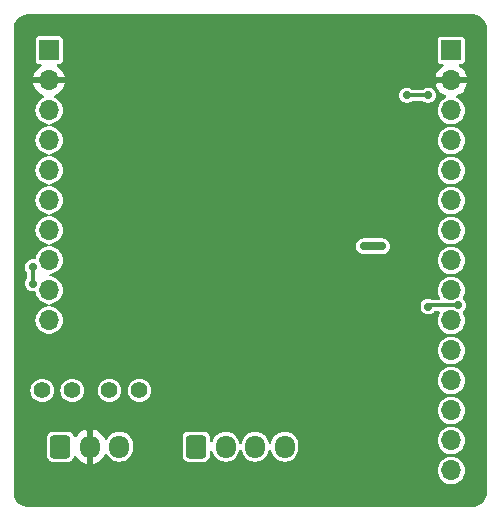
<source format=gbr>
%TF.GenerationSoftware,KiCad,Pcbnew,8.0.8*%
%TF.CreationDate,2025-02-15T23:34:00-05:00*%
%TF.ProjectId,SensorModuleBreakout,53656e73-6f72-44d6-9f64-756c65427265,rev?*%
%TF.SameCoordinates,Original*%
%TF.FileFunction,Copper,L2,Bot*%
%TF.FilePolarity,Positive*%
%FSLAX46Y46*%
G04 Gerber Fmt 4.6, Leading zero omitted, Abs format (unit mm)*
G04 Created by KiCad (PCBNEW 8.0.8) date 2025-02-15 23:34:00*
%MOMM*%
%LPD*%
G01*
G04 APERTURE LIST*
G04 Aperture macros list*
%AMRoundRect*
0 Rectangle with rounded corners*
0 $1 Rounding radius*
0 $2 $3 $4 $5 $6 $7 $8 $9 X,Y pos of 4 corners*
0 Add a 4 corners polygon primitive as box body*
4,1,4,$2,$3,$4,$5,$6,$7,$8,$9,$2,$3,0*
0 Add four circle primitives for the rounded corners*
1,1,$1+$1,$2,$3*
1,1,$1+$1,$4,$5*
1,1,$1+$1,$6,$7*
1,1,$1+$1,$8,$9*
0 Add four rect primitives between the rounded corners*
20,1,$1+$1,$2,$3,$4,$5,0*
20,1,$1+$1,$4,$5,$6,$7,0*
20,1,$1+$1,$6,$7,$8,$9,0*
20,1,$1+$1,$8,$9,$2,$3,0*%
G04 Aperture macros list end*
%TA.AperFunction,ComponentPad*%
%ADD10R,1.700000X1.700000*%
%TD*%
%TA.AperFunction,ComponentPad*%
%ADD11O,1.700000X1.700000*%
%TD*%
%TA.AperFunction,ComponentPad*%
%ADD12RoundRect,0.250000X-0.600000X-0.725000X0.600000X-0.725000X0.600000X0.725000X-0.600000X0.725000X0*%
%TD*%
%TA.AperFunction,ComponentPad*%
%ADD13O,1.700000X1.950000*%
%TD*%
%TA.AperFunction,ComponentPad*%
%ADD14C,1.400000*%
%TD*%
%TA.AperFunction,ViaPad*%
%ADD15C,0.700000*%
%TD*%
%TA.AperFunction,Conductor*%
%ADD16C,0.700000*%
%TD*%
%TA.AperFunction,Conductor*%
%ADD17C,0.300000*%
%TD*%
G04 APERTURE END LIST*
D10*
%TO.P,J5,1,Pin_1*%
%TO.N,+3V3*%
X120850000Y-63710000D03*
D11*
%TO.P,J5,2,Pin_2*%
%TO.N,GND*%
X120850000Y-66250000D03*
%TO.P,J5,3,Pin_3*%
%TO.N,unconnected-(J5-Pin_3-Pad3)*%
X120850000Y-68790000D03*
%TO.P,J5,4,Pin_4*%
%TO.N,PA8*%
X120850000Y-71330000D03*
%TO.P,J5,5,Pin_5*%
%TO.N,PB15*%
X120850000Y-73870000D03*
%TO.P,J5,6,Pin_6*%
%TO.N,PB14*%
X120850000Y-76410000D03*
%TO.P,J5,7,Pin_7*%
%TO.N,PB13*%
X120850000Y-78950000D03*
%TO.P,J5,8,Pin_8*%
%TO.N,PB12*%
X120850000Y-81490000D03*
%TO.P,J5,9,Pin_9*%
%TO.N,PB11*%
X120850000Y-84030000D03*
%TO.P,J5,10,Pin_10*%
%TO.N,PB10*%
X120850000Y-86570000D03*
%TO.P,J5,11,Pin_11*%
%TO.N,PB2*%
X120850000Y-89110000D03*
%TO.P,J5,12,Pin_12*%
%TO.N,PB1*%
X120850000Y-91650000D03*
%TO.P,J5,13,Pin_13*%
%TO.N,PB0*%
X120850000Y-94190000D03*
%TO.P,J5,14,Pin_14*%
%TO.N,PA7*%
X120850000Y-96730000D03*
%TO.P,J5,15,Pin_15*%
%TO.N,PA6*%
X120850000Y-99270000D03*
%TD*%
D12*
%TO.P,J3,1,Pin_1*%
%TO.N,VBAT*%
X87750000Y-97250000D03*
D13*
%TO.P,J3,2,Pin_2*%
%TO.N,GND*%
X90250000Y-97250000D03*
%TO.P,J3,3,Pin_3*%
%TO.N,+3V3*%
X92750000Y-97250000D03*
%TD*%
D10*
%TO.P,J4,1,Pin_1*%
%TO.N,+3V3*%
X86800000Y-63675000D03*
D11*
%TO.P,J4,2,Pin_2*%
%TO.N,GND*%
X86800000Y-66215000D03*
%TO.P,J4,3,Pin_3*%
%TO.N,PB8*%
X86800000Y-68755000D03*
%TO.P,J4,4,Pin_4*%
%TO.N,PB9*%
X86800000Y-71295000D03*
%TO.P,J4,5,Pin_5*%
%TO.N,PC13*%
X86800000Y-73835000D03*
%TO.P,J4,6,Pin_6*%
%TO.N,PC14*%
X86800000Y-76375000D03*
%TO.P,J4,7,Pin_7*%
%TO.N,PC15*%
X86800000Y-78915000D03*
%TO.P,J4,8,Pin_8*%
%TO.N,PF0*%
X86800000Y-81455000D03*
%TO.P,J4,9,Pin_9*%
%TO.N,PA0*%
X86800000Y-83995000D03*
%TO.P,J4,10,Pin_10*%
%TO.N,PA1*%
X86800000Y-86535000D03*
%TD*%
D12*
%TO.P,J1,1,Pin_1*%
%TO.N,TX*%
X99250000Y-97250000D03*
D13*
%TO.P,J1,2,Pin_2*%
%TO.N,RX*%
X101750000Y-97250000D03*
%TO.P,J1,3,Pin_3*%
%TO.N,WKE*%
X104250000Y-97250000D03*
%TO.P,J1,4,Pin_4*%
%TO.N,RDY*%
X106750000Y-97250000D03*
%TD*%
D14*
%TO.P,JP2,1,A*%
%TO.N,+3V3*%
X88750000Y-92500000D03*
%TO.P,JP2,2,B*%
%TO.N,VBAT*%
X86210000Y-92500000D03*
%TD*%
%TO.P,JP1,1,A*%
%TO.N,Net-(JP1-A)*%
X94450000Y-92500000D03*
%TO.P,JP1,2,B*%
%TO.N,+3V3*%
X91910000Y-92500000D03*
%TD*%
D15*
%TO.N,+3V3*%
X113420025Y-80279975D03*
X115010000Y-80300000D03*
X121439154Y-85300002D03*
X118900000Y-85400000D03*
%TO.N,GND*%
X109650000Y-74150000D03*
X105313171Y-86215000D03*
X90100000Y-95600000D03*
X105000000Y-63250000D03*
X102450000Y-63100000D03*
X112050000Y-76050000D03*
X113850000Y-78550000D03*
X88300000Y-66250000D03*
X96850000Y-79250000D03*
X112050000Y-74000000D03*
X93750000Y-85750000D03*
X117100000Y-75050000D03*
X109650000Y-75250000D03*
X100584639Y-84289999D03*
X91650000Y-89600000D03*
X92900000Y-83500000D03*
X106300000Y-63200000D03*
X114500000Y-74050000D03*
X119400000Y-66300000D03*
X106050000Y-81200000D03*
X101400000Y-80500000D03*
%TO.N,VBAT*%
X85400000Y-83450000D03*
X85400000Y-82050000D03*
%TO.N,NRST*%
X117100000Y-67500000D03*
X118900000Y-67500000D03*
%TD*%
D16*
%TO.N,+3V3*%
X114989975Y-80279975D02*
X115010000Y-80300000D01*
X113420025Y-80279975D02*
X114989975Y-80279975D01*
D17*
X118999998Y-85300002D02*
X121439154Y-85300002D01*
X118900000Y-85400000D02*
X118999998Y-85300002D01*
%TO.N,VBAT*%
X85400000Y-82050000D02*
X85400000Y-83450000D01*
%TO.N,NRST*%
X118900000Y-67500000D02*
X117100000Y-67500000D01*
%TD*%
%TA.AperFunction,Conductor*%
%TO.N,GND*%
G36*
X122654853Y-60650881D02*
G01*
X122827919Y-60664502D01*
X122847128Y-60667545D01*
X123011183Y-60706931D01*
X123029675Y-60712940D01*
X123155347Y-60764994D01*
X123185547Y-60777504D01*
X123202884Y-60786338D01*
X123346725Y-60874484D01*
X123362466Y-60885920D01*
X123490753Y-60995486D01*
X123504513Y-61009246D01*
X123614079Y-61137533D01*
X123625515Y-61153274D01*
X123713661Y-61297115D01*
X123722495Y-61314452D01*
X123787057Y-61470317D01*
X123793070Y-61488823D01*
X123832453Y-61652866D01*
X123835497Y-61672084D01*
X123849118Y-61845146D01*
X123849500Y-61854875D01*
X123849500Y-101145124D01*
X123849118Y-101154853D01*
X123835497Y-101327915D01*
X123832453Y-101347133D01*
X123793070Y-101511176D01*
X123787057Y-101529682D01*
X123722495Y-101685547D01*
X123713661Y-101702884D01*
X123625515Y-101846725D01*
X123614079Y-101862466D01*
X123504513Y-101990753D01*
X123490753Y-102004513D01*
X123362466Y-102114079D01*
X123346725Y-102125515D01*
X123202884Y-102213661D01*
X123185547Y-102222495D01*
X123029682Y-102287057D01*
X123011176Y-102293070D01*
X122847133Y-102332453D01*
X122827915Y-102335497D01*
X122654854Y-102349118D01*
X122645125Y-102349500D01*
X85004875Y-102349500D01*
X84995146Y-102349118D01*
X84822084Y-102335497D01*
X84802866Y-102332453D01*
X84638823Y-102293070D01*
X84620317Y-102287057D01*
X84464452Y-102222495D01*
X84447115Y-102213661D01*
X84303274Y-102125515D01*
X84287533Y-102114079D01*
X84159246Y-102004513D01*
X84145486Y-101990753D01*
X84035920Y-101862466D01*
X84024484Y-101846725D01*
X83936338Y-101702884D01*
X83927504Y-101685547D01*
X83914994Y-101655347D01*
X83862940Y-101529675D01*
X83856931Y-101511183D01*
X83817545Y-101347128D01*
X83814502Y-101327915D01*
X83800882Y-101154853D01*
X83800500Y-101145124D01*
X83800500Y-96481898D01*
X86599500Y-96481898D01*
X86599500Y-98018102D01*
X86602118Y-98039900D01*
X86610122Y-98106561D01*
X86610122Y-98106563D01*
X86610123Y-98106564D01*
X86627722Y-98151192D01*
X86665639Y-98247343D01*
X86757077Y-98367922D01*
X86877656Y-98459360D01*
X86877657Y-98459360D01*
X86877658Y-98459361D01*
X87018436Y-98514877D01*
X87106898Y-98525500D01*
X87106903Y-98525500D01*
X88393097Y-98525500D01*
X88393102Y-98525500D01*
X88481564Y-98514877D01*
X88622342Y-98459361D01*
X88742922Y-98367922D01*
X88834361Y-98247342D01*
X88885433Y-98117832D01*
X88928338Y-98062690D01*
X88994246Y-98039497D01*
X89062230Y-98055617D01*
X89101105Y-98090439D01*
X89220272Y-98254459D01*
X89220276Y-98254464D01*
X89370535Y-98404723D01*
X89370540Y-98404727D01*
X89542442Y-98529620D01*
X89731782Y-98626095D01*
X89933871Y-98691757D01*
X90000000Y-98702231D01*
X90000000Y-97654145D01*
X90066657Y-97692630D01*
X90187465Y-97725000D01*
X90312535Y-97725000D01*
X90433343Y-97692630D01*
X90500000Y-97654145D01*
X90500000Y-98702230D01*
X90566126Y-98691757D01*
X90566129Y-98691757D01*
X90768217Y-98626095D01*
X90957557Y-98529620D01*
X91129459Y-98404727D01*
X91129464Y-98404723D01*
X91279723Y-98254464D01*
X91279727Y-98254459D01*
X91404620Y-98082558D01*
X91501466Y-97892488D01*
X91549440Y-97841692D01*
X91617261Y-97824897D01*
X91683396Y-97847434D01*
X91722435Y-97892488D01*
X91766002Y-97977992D01*
X91766003Y-97977993D01*
X91872441Y-98124494D01*
X91872445Y-98124499D01*
X92000500Y-98252554D01*
X92000505Y-98252558D01*
X92128287Y-98345396D01*
X92147006Y-98358996D01*
X92236750Y-98404723D01*
X92308360Y-98441211D01*
X92308363Y-98441212D01*
X92394476Y-98469191D01*
X92480591Y-98497171D01*
X92563429Y-98510291D01*
X92659449Y-98525500D01*
X92659454Y-98525500D01*
X92840551Y-98525500D01*
X92927259Y-98511765D01*
X93019409Y-98497171D01*
X93191639Y-98441211D01*
X93352994Y-98358996D01*
X93499501Y-98252553D01*
X93627553Y-98124501D01*
X93733996Y-97977994D01*
X93816211Y-97816639D01*
X93872171Y-97644409D01*
X93893712Y-97508406D01*
X93900500Y-97465551D01*
X93900500Y-97034448D01*
X93878495Y-96895522D01*
X93872171Y-96855591D01*
X93831365Y-96730000D01*
X93816212Y-96683363D01*
X93816211Y-96683360D01*
X93777563Y-96607511D01*
X93733996Y-96522006D01*
X93704856Y-96481898D01*
X98099500Y-96481898D01*
X98099500Y-98018102D01*
X98102118Y-98039900D01*
X98110122Y-98106561D01*
X98110122Y-98106563D01*
X98110123Y-98106564D01*
X98127722Y-98151192D01*
X98165639Y-98247343D01*
X98257077Y-98367922D01*
X98377656Y-98459360D01*
X98377657Y-98459360D01*
X98377658Y-98459361D01*
X98518436Y-98514877D01*
X98606898Y-98525500D01*
X98606903Y-98525500D01*
X99893097Y-98525500D01*
X99893102Y-98525500D01*
X99981564Y-98514877D01*
X100122342Y-98459361D01*
X100242922Y-98367922D01*
X100334361Y-98247342D01*
X100389877Y-98106564D01*
X100400500Y-98018102D01*
X100400500Y-97727669D01*
X100420185Y-97660630D01*
X100472989Y-97614875D01*
X100542147Y-97604931D01*
X100605703Y-97633956D01*
X100642431Y-97689351D01*
X100683787Y-97816636D01*
X100683788Y-97816639D01*
X100739664Y-97926300D01*
X100766003Y-97977993D01*
X100766006Y-97977997D01*
X100872441Y-98124494D01*
X100872445Y-98124499D01*
X101000500Y-98252554D01*
X101000505Y-98252558D01*
X101128287Y-98345396D01*
X101147006Y-98358996D01*
X101236750Y-98404723D01*
X101308360Y-98441211D01*
X101308363Y-98441212D01*
X101394476Y-98469191D01*
X101480591Y-98497171D01*
X101563429Y-98510291D01*
X101659449Y-98525500D01*
X101659454Y-98525500D01*
X101840551Y-98525500D01*
X101927259Y-98511765D01*
X102019409Y-98497171D01*
X102191639Y-98441211D01*
X102352994Y-98358996D01*
X102499501Y-98252553D01*
X102627553Y-98124501D01*
X102733996Y-97977994D01*
X102816211Y-97816639D01*
X102872171Y-97644409D01*
X102877527Y-97610594D01*
X102907456Y-97547459D01*
X102966768Y-97510528D01*
X103036630Y-97511526D01*
X103094863Y-97550136D01*
X103122473Y-97610594D01*
X103127829Y-97644410D01*
X103183787Y-97816636D01*
X103183788Y-97816639D01*
X103239664Y-97926300D01*
X103266003Y-97977993D01*
X103266006Y-97977997D01*
X103372441Y-98124494D01*
X103372445Y-98124499D01*
X103500500Y-98252554D01*
X103500505Y-98252558D01*
X103628287Y-98345396D01*
X103647006Y-98358996D01*
X103736750Y-98404723D01*
X103808360Y-98441211D01*
X103808363Y-98441212D01*
X103894476Y-98469191D01*
X103980591Y-98497171D01*
X104063429Y-98510291D01*
X104159449Y-98525500D01*
X104159454Y-98525500D01*
X104340551Y-98525500D01*
X104427259Y-98511765D01*
X104519409Y-98497171D01*
X104691639Y-98441211D01*
X104852994Y-98358996D01*
X104999501Y-98252553D01*
X105127553Y-98124501D01*
X105233996Y-97977994D01*
X105316211Y-97816639D01*
X105372171Y-97644409D01*
X105377527Y-97610594D01*
X105407456Y-97547459D01*
X105466768Y-97510528D01*
X105536630Y-97511526D01*
X105594863Y-97550136D01*
X105622473Y-97610594D01*
X105627829Y-97644410D01*
X105683787Y-97816636D01*
X105683788Y-97816639D01*
X105739664Y-97926300D01*
X105766003Y-97977993D01*
X105766006Y-97977997D01*
X105872441Y-98124494D01*
X105872445Y-98124499D01*
X106000500Y-98252554D01*
X106000505Y-98252558D01*
X106128287Y-98345396D01*
X106147006Y-98358996D01*
X106236750Y-98404723D01*
X106308360Y-98441211D01*
X106308363Y-98441212D01*
X106394476Y-98469191D01*
X106480591Y-98497171D01*
X106563429Y-98510291D01*
X106659449Y-98525500D01*
X106659454Y-98525500D01*
X106840551Y-98525500D01*
X106927259Y-98511765D01*
X107019409Y-98497171D01*
X107191639Y-98441211D01*
X107352994Y-98358996D01*
X107499501Y-98252553D01*
X107627553Y-98124501D01*
X107733996Y-97977994D01*
X107816211Y-97816639D01*
X107872171Y-97644409D01*
X107893712Y-97508406D01*
X107900500Y-97465551D01*
X107900500Y-97034448D01*
X107878495Y-96895522D01*
X107872171Y-96855591D01*
X107831365Y-96730000D01*
X107816212Y-96683363D01*
X107816211Y-96683360D01*
X107777563Y-96607511D01*
X107733996Y-96522006D01*
X107663953Y-96425599D01*
X107627558Y-96375505D01*
X107627554Y-96375500D01*
X107499499Y-96247445D01*
X107499494Y-96247441D01*
X107352997Y-96141006D01*
X107352996Y-96141005D01*
X107352994Y-96141004D01*
X107301300Y-96114664D01*
X107191639Y-96058788D01*
X107191636Y-96058787D01*
X107019410Y-96002829D01*
X106840551Y-95974500D01*
X106840546Y-95974500D01*
X106659454Y-95974500D01*
X106659449Y-95974500D01*
X106480589Y-96002829D01*
X106308363Y-96058787D01*
X106308360Y-96058788D01*
X106147002Y-96141006D01*
X106000505Y-96247441D01*
X106000500Y-96247445D01*
X105872445Y-96375500D01*
X105872441Y-96375505D01*
X105766006Y-96522002D01*
X105683788Y-96683360D01*
X105683787Y-96683363D01*
X105627829Y-96855589D01*
X105622473Y-96889406D01*
X105592543Y-96952540D01*
X105533232Y-96989471D01*
X105463369Y-96988473D01*
X105405137Y-96949863D01*
X105377527Y-96889406D01*
X105374438Y-96869905D01*
X105372171Y-96855591D01*
X105331365Y-96730000D01*
X105316212Y-96683363D01*
X105316211Y-96683360D01*
X105277563Y-96607511D01*
X105233996Y-96522006D01*
X105163953Y-96425599D01*
X105127558Y-96375505D01*
X105127554Y-96375500D01*
X104999499Y-96247445D01*
X104999494Y-96247441D01*
X104852997Y-96141006D01*
X104852996Y-96141005D01*
X104852994Y-96141004D01*
X104801300Y-96114664D01*
X104691639Y-96058788D01*
X104691636Y-96058787D01*
X104519410Y-96002829D01*
X104340551Y-95974500D01*
X104340546Y-95974500D01*
X104159454Y-95974500D01*
X104159449Y-95974500D01*
X103980589Y-96002829D01*
X103808363Y-96058787D01*
X103808360Y-96058788D01*
X103647002Y-96141006D01*
X103500505Y-96247441D01*
X103500500Y-96247445D01*
X103372445Y-96375500D01*
X103372441Y-96375505D01*
X103266006Y-96522002D01*
X103183788Y-96683360D01*
X103183787Y-96683363D01*
X103127829Y-96855589D01*
X103122473Y-96889406D01*
X103092543Y-96952540D01*
X103033232Y-96989471D01*
X102963369Y-96988473D01*
X102905137Y-96949863D01*
X102877527Y-96889406D01*
X102874438Y-96869905D01*
X102872171Y-96855591D01*
X102831365Y-96730000D01*
X102816212Y-96683363D01*
X102816211Y-96683360D01*
X102777563Y-96607511D01*
X102733996Y-96522006D01*
X102663953Y-96425599D01*
X102627558Y-96375505D01*
X102627554Y-96375500D01*
X102499499Y-96247445D01*
X102499494Y-96247441D01*
X102352997Y-96141006D01*
X102352996Y-96141005D01*
X102352994Y-96141004D01*
X102301300Y-96114664D01*
X102191639Y-96058788D01*
X102191636Y-96058787D01*
X102019410Y-96002829D01*
X101840551Y-95974500D01*
X101840546Y-95974500D01*
X101659454Y-95974500D01*
X101659449Y-95974500D01*
X101480589Y-96002829D01*
X101308363Y-96058787D01*
X101308360Y-96058788D01*
X101147002Y-96141006D01*
X101000505Y-96247441D01*
X101000500Y-96247445D01*
X100872445Y-96375500D01*
X100872441Y-96375505D01*
X100766006Y-96522002D01*
X100683788Y-96683360D01*
X100683787Y-96683363D01*
X100642431Y-96810648D01*
X100602994Y-96868323D01*
X100538635Y-96895522D01*
X100469789Y-96883608D01*
X100418313Y-96836364D01*
X100400500Y-96772330D01*
X100400500Y-96481903D01*
X100400500Y-96481898D01*
X100389877Y-96393436D01*
X100334361Y-96252658D01*
X100334360Y-96252657D01*
X100334360Y-96252656D01*
X100242922Y-96132077D01*
X100122343Y-96040639D01*
X99981561Y-95985122D01*
X99935926Y-95979642D01*
X99893102Y-95974500D01*
X98606898Y-95974500D01*
X98567853Y-95979188D01*
X98518438Y-95985122D01*
X98377656Y-96040639D01*
X98257077Y-96132077D01*
X98165639Y-96252656D01*
X98110122Y-96393438D01*
X98104188Y-96442853D01*
X98099500Y-96481898D01*
X93704856Y-96481898D01*
X93663953Y-96425599D01*
X93627558Y-96375505D01*
X93627554Y-96375500D01*
X93499499Y-96247445D01*
X93499494Y-96247441D01*
X93352997Y-96141006D01*
X93352996Y-96141005D01*
X93352994Y-96141004D01*
X93301300Y-96114664D01*
X93191639Y-96058788D01*
X93191636Y-96058787D01*
X93019410Y-96002829D01*
X92840551Y-95974500D01*
X92840546Y-95974500D01*
X92659454Y-95974500D01*
X92659449Y-95974500D01*
X92480589Y-96002829D01*
X92308363Y-96058787D01*
X92308360Y-96058788D01*
X92147002Y-96141006D01*
X92000505Y-96247441D01*
X92000500Y-96247445D01*
X91872445Y-96375500D01*
X91872441Y-96375505D01*
X91766004Y-96522004D01*
X91722435Y-96607512D01*
X91674460Y-96658307D01*
X91606639Y-96675102D01*
X91540504Y-96652564D01*
X91501466Y-96607511D01*
X91404620Y-96417442D01*
X91279727Y-96245540D01*
X91279723Y-96245535D01*
X91129464Y-96095276D01*
X91129459Y-96095272D01*
X90957557Y-95970379D01*
X90768215Y-95873903D01*
X90566124Y-95808241D01*
X90500000Y-95797768D01*
X90500000Y-96845854D01*
X90433343Y-96807370D01*
X90312535Y-96775000D01*
X90187465Y-96775000D01*
X90066657Y-96807370D01*
X90000000Y-96845854D01*
X90000000Y-95797768D01*
X89999999Y-95797768D01*
X89933875Y-95808241D01*
X89731784Y-95873903D01*
X89542442Y-95970379D01*
X89370540Y-96095272D01*
X89370535Y-96095276D01*
X89220276Y-96245535D01*
X89220272Y-96245540D01*
X89101105Y-96409560D01*
X89045775Y-96452226D01*
X88976162Y-96458205D01*
X88914367Y-96425599D01*
X88885433Y-96382165D01*
X88834362Y-96252660D01*
X88834361Y-96252658D01*
X88742922Y-96132077D01*
X88622343Y-96040639D01*
X88481561Y-95985122D01*
X88435926Y-95979642D01*
X88393102Y-95974500D01*
X87106898Y-95974500D01*
X87067853Y-95979188D01*
X87018438Y-95985122D01*
X86877656Y-96040639D01*
X86757077Y-96132077D01*
X86665639Y-96252656D01*
X86610122Y-96393438D01*
X86604188Y-96442853D01*
X86599500Y-96481898D01*
X83800500Y-96481898D01*
X83800500Y-92500000D01*
X85204659Y-92500000D01*
X85223975Y-92696129D01*
X85223976Y-92696132D01*
X85279782Y-92880100D01*
X85281188Y-92884733D01*
X85374086Y-93058532D01*
X85374090Y-93058539D01*
X85499116Y-93210883D01*
X85651460Y-93335909D01*
X85651467Y-93335913D01*
X85825266Y-93428811D01*
X85825269Y-93428811D01*
X85825273Y-93428814D01*
X86013868Y-93486024D01*
X86210000Y-93505341D01*
X86406132Y-93486024D01*
X86594727Y-93428814D01*
X86768538Y-93335910D01*
X86920883Y-93210883D01*
X87045910Y-93058538D01*
X87103974Y-92949908D01*
X87138811Y-92884733D01*
X87138811Y-92884732D01*
X87138814Y-92884727D01*
X87196024Y-92696132D01*
X87215341Y-92500000D01*
X87744659Y-92500000D01*
X87763975Y-92696129D01*
X87763976Y-92696132D01*
X87819782Y-92880100D01*
X87821188Y-92884733D01*
X87914086Y-93058532D01*
X87914090Y-93058539D01*
X88039116Y-93210883D01*
X88191460Y-93335909D01*
X88191467Y-93335913D01*
X88365266Y-93428811D01*
X88365269Y-93428811D01*
X88365273Y-93428814D01*
X88553868Y-93486024D01*
X88750000Y-93505341D01*
X88946132Y-93486024D01*
X89134727Y-93428814D01*
X89308538Y-93335910D01*
X89460883Y-93210883D01*
X89585910Y-93058538D01*
X89643974Y-92949908D01*
X89678811Y-92884733D01*
X89678811Y-92884732D01*
X89678814Y-92884727D01*
X89736024Y-92696132D01*
X89755341Y-92500000D01*
X90904659Y-92500000D01*
X90923975Y-92696129D01*
X90923976Y-92696132D01*
X90979782Y-92880100D01*
X90981188Y-92884733D01*
X91074086Y-93058532D01*
X91074090Y-93058539D01*
X91199116Y-93210883D01*
X91351460Y-93335909D01*
X91351467Y-93335913D01*
X91525266Y-93428811D01*
X91525269Y-93428811D01*
X91525273Y-93428814D01*
X91713868Y-93486024D01*
X91910000Y-93505341D01*
X92106132Y-93486024D01*
X92294727Y-93428814D01*
X92468538Y-93335910D01*
X92620883Y-93210883D01*
X92745910Y-93058538D01*
X92803974Y-92949908D01*
X92838811Y-92884733D01*
X92838811Y-92884732D01*
X92838814Y-92884727D01*
X92896024Y-92696132D01*
X92915341Y-92500000D01*
X93444659Y-92500000D01*
X93463975Y-92696129D01*
X93463976Y-92696132D01*
X93519782Y-92880100D01*
X93521188Y-92884733D01*
X93614086Y-93058532D01*
X93614090Y-93058539D01*
X93739116Y-93210883D01*
X93891460Y-93335909D01*
X93891467Y-93335913D01*
X94065266Y-93428811D01*
X94065269Y-93428811D01*
X94065273Y-93428814D01*
X94253868Y-93486024D01*
X94450000Y-93505341D01*
X94646132Y-93486024D01*
X94834727Y-93428814D01*
X95008538Y-93335910D01*
X95160883Y-93210883D01*
X95285910Y-93058538D01*
X95343974Y-92949908D01*
X95378811Y-92884733D01*
X95378811Y-92884732D01*
X95378814Y-92884727D01*
X95436024Y-92696132D01*
X95455341Y-92500000D01*
X95436024Y-92303868D01*
X95378814Y-92115273D01*
X95378811Y-92115269D01*
X95378811Y-92115266D01*
X95285913Y-91941467D01*
X95285909Y-91941460D01*
X95160883Y-91789116D01*
X95008539Y-91664090D01*
X95008532Y-91664086D01*
X94834733Y-91571188D01*
X94834727Y-91571186D01*
X94646132Y-91513976D01*
X94646129Y-91513975D01*
X94450000Y-91494659D01*
X94253870Y-91513975D01*
X94065266Y-91571188D01*
X93891467Y-91664086D01*
X93891460Y-91664090D01*
X93739116Y-91789116D01*
X93614090Y-91941460D01*
X93614086Y-91941467D01*
X93521188Y-92115266D01*
X93463975Y-92303870D01*
X93444659Y-92500000D01*
X92915341Y-92500000D01*
X92896024Y-92303868D01*
X92838814Y-92115273D01*
X92838811Y-92115269D01*
X92838811Y-92115266D01*
X92745913Y-91941467D01*
X92745909Y-91941460D01*
X92620883Y-91789116D01*
X92468539Y-91664090D01*
X92468532Y-91664086D01*
X92294733Y-91571188D01*
X92294727Y-91571186D01*
X92106132Y-91513976D01*
X92106129Y-91513975D01*
X91910000Y-91494659D01*
X91713870Y-91513975D01*
X91525266Y-91571188D01*
X91351467Y-91664086D01*
X91351460Y-91664090D01*
X91199116Y-91789116D01*
X91074090Y-91941460D01*
X91074086Y-91941467D01*
X90981188Y-92115266D01*
X90923975Y-92303870D01*
X90904659Y-92500000D01*
X89755341Y-92500000D01*
X89736024Y-92303868D01*
X89678814Y-92115273D01*
X89678811Y-92115269D01*
X89678811Y-92115266D01*
X89585913Y-91941467D01*
X89585909Y-91941460D01*
X89460883Y-91789116D01*
X89308539Y-91664090D01*
X89308532Y-91664086D01*
X89134733Y-91571188D01*
X89134727Y-91571186D01*
X88946132Y-91513976D01*
X88946129Y-91513975D01*
X88750000Y-91494659D01*
X88553870Y-91513975D01*
X88365266Y-91571188D01*
X88191467Y-91664086D01*
X88191460Y-91664090D01*
X88039116Y-91789116D01*
X87914090Y-91941460D01*
X87914086Y-91941467D01*
X87821188Y-92115266D01*
X87763975Y-92303870D01*
X87744659Y-92500000D01*
X87215341Y-92500000D01*
X87196024Y-92303868D01*
X87138814Y-92115273D01*
X87138811Y-92115269D01*
X87138811Y-92115266D01*
X87045913Y-91941467D01*
X87045909Y-91941460D01*
X86920883Y-91789116D01*
X86768539Y-91664090D01*
X86768532Y-91664086D01*
X86594733Y-91571188D01*
X86594727Y-91571186D01*
X86406132Y-91513976D01*
X86406129Y-91513975D01*
X86210000Y-91494659D01*
X86013870Y-91513975D01*
X85825266Y-91571188D01*
X85651467Y-91664086D01*
X85651460Y-91664090D01*
X85499116Y-91789116D01*
X85374090Y-91941460D01*
X85374086Y-91941467D01*
X85281188Y-92115266D01*
X85223975Y-92303870D01*
X85204659Y-92500000D01*
X83800500Y-92500000D01*
X83800500Y-82049999D01*
X84744722Y-82049999D01*
X84744722Y-82050000D01*
X84763762Y-82206818D01*
X84794406Y-82287617D01*
X84819780Y-82354523D01*
X84859489Y-82412052D01*
X84909518Y-82484532D01*
X84914491Y-82490145D01*
X84913044Y-82491426D01*
X84944850Y-82542120D01*
X84949500Y-82575759D01*
X84949500Y-82924240D01*
X84929815Y-82991279D01*
X84914153Y-83009556D01*
X84914491Y-83009856D01*
X84909515Y-83015472D01*
X84819781Y-83145475D01*
X84819780Y-83145476D01*
X84763762Y-83293181D01*
X84744722Y-83449999D01*
X84744722Y-83450000D01*
X84763762Y-83606818D01*
X84819780Y-83754523D01*
X84909517Y-83884530D01*
X85027760Y-83989283D01*
X85027762Y-83989284D01*
X85167634Y-84062696D01*
X85321014Y-84100500D01*
X85321015Y-84100500D01*
X85478986Y-84100500D01*
X85478986Y-84100499D01*
X85510574Y-84092714D01*
X85580375Y-84095782D01*
X85637438Y-84136100D01*
X85663644Y-84200869D01*
X85663721Y-84201666D01*
X85664244Y-84207311D01*
X85722596Y-84412392D01*
X85722596Y-84412394D01*
X85817632Y-84603253D01*
X85902877Y-84716134D01*
X85946128Y-84773407D01*
X86103698Y-84917052D01*
X86284981Y-85029298D01*
X86483802Y-85106321D01*
X86680613Y-85143111D01*
X86742893Y-85174779D01*
X86778166Y-85235092D01*
X86775232Y-85304900D01*
X86735023Y-85362040D01*
X86680613Y-85386888D01*
X86483802Y-85423679D01*
X86483799Y-85423679D01*
X86483799Y-85423680D01*
X86284982Y-85500701D01*
X86284980Y-85500702D01*
X86103699Y-85612947D01*
X85946127Y-85756593D01*
X85817632Y-85926746D01*
X85722596Y-86117605D01*
X85722596Y-86117607D01*
X85664244Y-86322689D01*
X85644571Y-86534999D01*
X85644571Y-86535000D01*
X85664244Y-86747310D01*
X85722596Y-86952392D01*
X85722596Y-86952394D01*
X85817632Y-87143253D01*
X85844065Y-87178255D01*
X85946128Y-87313407D01*
X86103698Y-87457052D01*
X86284981Y-87569298D01*
X86483802Y-87646321D01*
X86693390Y-87685500D01*
X86693392Y-87685500D01*
X86906608Y-87685500D01*
X86906610Y-87685500D01*
X87116198Y-87646321D01*
X87315019Y-87569298D01*
X87496302Y-87457052D01*
X87653872Y-87313407D01*
X87782366Y-87143255D01*
X87859976Y-86987392D01*
X87877403Y-86952394D01*
X87877403Y-86952393D01*
X87877405Y-86952389D01*
X87935756Y-86747310D01*
X87955429Y-86535000D01*
X87935756Y-86322690D01*
X87877405Y-86117611D01*
X87877403Y-86117606D01*
X87877403Y-86117605D01*
X87782367Y-85926746D01*
X87653872Y-85756593D01*
X87496302Y-85612948D01*
X87315019Y-85500702D01*
X87315017Y-85500701D01*
X87215608Y-85462190D01*
X87116198Y-85423679D01*
X86989522Y-85399999D01*
X118244722Y-85399999D01*
X118244722Y-85400000D01*
X118263762Y-85556818D01*
X118285050Y-85612948D01*
X118319780Y-85704523D01*
X118409517Y-85834530D01*
X118527760Y-85939283D01*
X118527762Y-85939284D01*
X118667634Y-86012696D01*
X118821014Y-86050500D01*
X118821015Y-86050500D01*
X118978985Y-86050500D01*
X119132365Y-86012696D01*
X119272240Y-85939283D01*
X119390483Y-85834530D01*
X119411513Y-85804061D01*
X119465795Y-85760072D01*
X119513563Y-85750502D01*
X119778132Y-85750502D01*
X119845171Y-85770187D01*
X119890926Y-85822991D01*
X119900870Y-85892149D01*
X119877085Y-85949230D01*
X119867633Y-85961745D01*
X119772596Y-86152605D01*
X119772596Y-86152607D01*
X119724203Y-86322690D01*
X119714244Y-86357690D01*
X119694571Y-86570000D01*
X119714244Y-86782310D01*
X119762636Y-86952389D01*
X119772596Y-86987392D01*
X119772596Y-86987394D01*
X119867632Y-87178253D01*
X119867634Y-87178255D01*
X119996128Y-87348407D01*
X120153698Y-87492052D01*
X120334981Y-87604298D01*
X120533802Y-87681321D01*
X120730613Y-87718111D01*
X120792893Y-87749779D01*
X120828166Y-87810092D01*
X120825232Y-87879900D01*
X120785023Y-87937040D01*
X120730613Y-87961888D01*
X120533802Y-87998679D01*
X120533799Y-87998679D01*
X120533799Y-87998680D01*
X120334982Y-88075701D01*
X120334980Y-88075702D01*
X120153699Y-88187947D01*
X119996127Y-88331593D01*
X119867632Y-88501746D01*
X119772596Y-88692605D01*
X119772596Y-88692607D01*
X119714244Y-88897689D01*
X119694571Y-89109999D01*
X119694571Y-89110000D01*
X119714244Y-89322310D01*
X119772596Y-89527392D01*
X119772596Y-89527394D01*
X119867632Y-89718253D01*
X119867634Y-89718255D01*
X119996128Y-89888407D01*
X120153698Y-90032052D01*
X120334981Y-90144298D01*
X120533802Y-90221321D01*
X120730613Y-90258111D01*
X120792893Y-90289779D01*
X120828166Y-90350092D01*
X120825232Y-90419900D01*
X120785023Y-90477040D01*
X120730613Y-90501888D01*
X120533802Y-90538679D01*
X120533799Y-90538679D01*
X120533799Y-90538680D01*
X120334982Y-90615701D01*
X120334980Y-90615702D01*
X120153699Y-90727947D01*
X119996127Y-90871593D01*
X119867632Y-91041746D01*
X119772596Y-91232605D01*
X119772596Y-91232607D01*
X119772595Y-91232611D01*
X119714244Y-91437690D01*
X119694571Y-91650000D01*
X119714244Y-91862310D01*
X119736766Y-91941467D01*
X119772596Y-92067392D01*
X119772596Y-92067394D01*
X119867632Y-92258253D01*
X119902081Y-92303870D01*
X119996128Y-92428407D01*
X120153698Y-92572052D01*
X120334981Y-92684298D01*
X120533802Y-92761321D01*
X120730613Y-92798111D01*
X120792893Y-92829779D01*
X120828166Y-92890092D01*
X120825232Y-92959900D01*
X120785023Y-93017040D01*
X120730613Y-93041888D01*
X120533802Y-93078679D01*
X120533799Y-93078679D01*
X120533799Y-93078680D01*
X120334982Y-93155701D01*
X120334980Y-93155702D01*
X120153699Y-93267947D01*
X119996127Y-93411593D01*
X119867632Y-93581746D01*
X119772596Y-93772605D01*
X119772596Y-93772607D01*
X119714244Y-93977689D01*
X119694571Y-94189999D01*
X119694571Y-94190000D01*
X119714244Y-94402310D01*
X119772596Y-94607392D01*
X119772596Y-94607394D01*
X119867632Y-94798253D01*
X119867634Y-94798255D01*
X119996128Y-94968407D01*
X120153698Y-95112052D01*
X120334981Y-95224298D01*
X120533802Y-95301321D01*
X120730613Y-95338111D01*
X120792893Y-95369779D01*
X120828166Y-95430092D01*
X120825232Y-95499900D01*
X120785023Y-95557040D01*
X120730613Y-95581888D01*
X120533802Y-95618679D01*
X120533799Y-95618679D01*
X120533799Y-95618680D01*
X120334982Y-95695701D01*
X120334980Y-95695702D01*
X120153699Y-95807947D01*
X119996127Y-95951593D01*
X119867632Y-96121746D01*
X119772596Y-96312605D01*
X119772596Y-96312607D01*
X119714244Y-96517689D01*
X119694571Y-96729999D01*
X119694571Y-96730000D01*
X119714244Y-96942310D01*
X119772596Y-97147392D01*
X119772596Y-97147394D01*
X119867632Y-97338253D01*
X119963764Y-97465551D01*
X119996128Y-97508407D01*
X120153698Y-97652052D01*
X120334981Y-97764298D01*
X120533802Y-97841321D01*
X120730613Y-97878111D01*
X120792893Y-97909779D01*
X120828166Y-97970092D01*
X120825232Y-98039900D01*
X120785023Y-98097040D01*
X120730613Y-98121888D01*
X120533802Y-98158679D01*
X120533799Y-98158679D01*
X120533799Y-98158680D01*
X120334982Y-98235701D01*
X120334980Y-98235702D01*
X120153699Y-98347947D01*
X119996127Y-98491593D01*
X119867632Y-98661746D01*
X119772596Y-98852605D01*
X119772596Y-98852607D01*
X119714244Y-99057689D01*
X119694571Y-99269999D01*
X119694571Y-99270000D01*
X119714244Y-99482310D01*
X119772596Y-99687392D01*
X119772596Y-99687394D01*
X119867632Y-99878253D01*
X119867634Y-99878255D01*
X119996128Y-100048407D01*
X120153698Y-100192052D01*
X120334981Y-100304298D01*
X120533802Y-100381321D01*
X120743390Y-100420500D01*
X120743392Y-100420500D01*
X120956608Y-100420500D01*
X120956610Y-100420500D01*
X121166198Y-100381321D01*
X121365019Y-100304298D01*
X121546302Y-100192052D01*
X121703872Y-100048407D01*
X121832366Y-99878255D01*
X121927405Y-99687389D01*
X121985756Y-99482310D01*
X122005429Y-99270000D01*
X121985756Y-99057690D01*
X121927405Y-98852611D01*
X121927403Y-98852606D01*
X121927403Y-98852605D01*
X121832367Y-98661746D01*
X121703872Y-98491593D01*
X121608585Y-98404727D01*
X121546302Y-98347948D01*
X121365019Y-98235702D01*
X121365017Y-98235701D01*
X121265608Y-98197190D01*
X121166198Y-98158679D01*
X120969385Y-98121888D01*
X120907106Y-98090221D01*
X120871833Y-98029908D01*
X120874767Y-97960100D01*
X120914976Y-97902960D01*
X120969384Y-97878111D01*
X121166198Y-97841321D01*
X121365019Y-97764298D01*
X121546302Y-97652052D01*
X121703872Y-97508407D01*
X121832366Y-97338255D01*
X121927405Y-97147389D01*
X121985756Y-96942310D01*
X122005429Y-96730000D01*
X121985756Y-96517690D01*
X121927405Y-96312611D01*
X121927403Y-96312606D01*
X121927403Y-96312605D01*
X121832367Y-96121746D01*
X121703872Y-95951593D01*
X121546302Y-95807948D01*
X121365019Y-95695702D01*
X121365017Y-95695701D01*
X121265608Y-95657190D01*
X121166198Y-95618679D01*
X120969385Y-95581888D01*
X120907106Y-95550221D01*
X120871833Y-95489908D01*
X120874767Y-95420100D01*
X120914976Y-95362960D01*
X120969384Y-95338111D01*
X121166198Y-95301321D01*
X121365019Y-95224298D01*
X121546302Y-95112052D01*
X121703872Y-94968407D01*
X121832366Y-94798255D01*
X121927405Y-94607389D01*
X121985756Y-94402310D01*
X122005429Y-94190000D01*
X121985756Y-93977690D01*
X121927405Y-93772611D01*
X121927403Y-93772606D01*
X121927403Y-93772605D01*
X121832367Y-93581746D01*
X121703872Y-93411593D01*
X121546302Y-93267948D01*
X121365019Y-93155702D01*
X121365017Y-93155701D01*
X121265608Y-93117190D01*
X121166198Y-93078679D01*
X120969385Y-93041888D01*
X120907106Y-93010221D01*
X120871833Y-92949908D01*
X120874767Y-92880100D01*
X120914976Y-92822960D01*
X120969384Y-92798111D01*
X121166198Y-92761321D01*
X121365019Y-92684298D01*
X121546302Y-92572052D01*
X121703872Y-92428407D01*
X121832366Y-92258255D01*
X121903562Y-92115273D01*
X121927403Y-92067394D01*
X121927403Y-92067393D01*
X121927405Y-92067389D01*
X121985756Y-91862310D01*
X122005429Y-91650000D01*
X121985756Y-91437690D01*
X121927405Y-91232611D01*
X121927403Y-91232606D01*
X121927403Y-91232605D01*
X121832367Y-91041746D01*
X121703872Y-90871593D01*
X121546302Y-90727948D01*
X121365019Y-90615702D01*
X121365017Y-90615701D01*
X121265608Y-90577190D01*
X121166198Y-90538679D01*
X120969385Y-90501888D01*
X120907106Y-90470221D01*
X120871833Y-90409908D01*
X120874767Y-90340100D01*
X120914976Y-90282960D01*
X120969384Y-90258111D01*
X121166198Y-90221321D01*
X121365019Y-90144298D01*
X121546302Y-90032052D01*
X121703872Y-89888407D01*
X121832366Y-89718255D01*
X121927405Y-89527389D01*
X121985756Y-89322310D01*
X122005429Y-89110000D01*
X121985756Y-88897690D01*
X121927405Y-88692611D01*
X121927403Y-88692606D01*
X121927403Y-88692605D01*
X121832367Y-88501746D01*
X121703872Y-88331593D01*
X121546302Y-88187948D01*
X121365019Y-88075702D01*
X121365017Y-88075701D01*
X121265608Y-88037190D01*
X121166198Y-87998679D01*
X120969385Y-87961888D01*
X120907106Y-87930221D01*
X120871833Y-87869908D01*
X120874767Y-87800100D01*
X120914976Y-87742960D01*
X120969384Y-87718111D01*
X121166198Y-87681321D01*
X121365019Y-87604298D01*
X121546302Y-87492052D01*
X121703872Y-87348407D01*
X121832366Y-87178255D01*
X121927405Y-86987389D01*
X121985756Y-86782310D01*
X122005429Y-86570000D01*
X121985756Y-86357690D01*
X121927405Y-86152611D01*
X121927403Y-86152606D01*
X121927403Y-86152605D01*
X121832371Y-85961755D01*
X121832370Y-85961754D01*
X121832366Y-85961745D01*
X121832359Y-85961736D01*
X121830967Y-85959487D01*
X121830626Y-85958250D01*
X121829811Y-85956613D01*
X121830131Y-85956453D01*
X121812410Y-85892126D01*
X121833217Y-85825427D01*
X121854163Y-85801394D01*
X121929637Y-85734532D01*
X122019374Y-85604525D01*
X122075391Y-85456820D01*
X122094432Y-85300002D01*
X122093814Y-85294908D01*
X122075391Y-85143183D01*
X122054146Y-85087166D01*
X122019374Y-84995479D01*
X121929637Y-84865472D01*
X121854164Y-84798609D01*
X121817039Y-84739422D01*
X121817806Y-84669556D01*
X121830965Y-84640518D01*
X121832367Y-84638253D01*
X121927403Y-84447394D01*
X121927403Y-84447393D01*
X121927405Y-84447389D01*
X121985756Y-84242310D01*
X122005429Y-84030000D01*
X121985756Y-83817690D01*
X121927405Y-83612611D01*
X121927403Y-83612606D01*
X121927403Y-83612605D01*
X121832367Y-83421746D01*
X121703872Y-83251593D01*
X121620103Y-83175227D01*
X121546302Y-83107948D01*
X121365019Y-82995702D01*
X121365017Y-82995701D01*
X121265608Y-82957190D01*
X121166198Y-82918679D01*
X120969385Y-82881888D01*
X120907106Y-82850221D01*
X120871833Y-82789908D01*
X120874767Y-82720100D01*
X120914976Y-82662960D01*
X120969384Y-82638111D01*
X121166198Y-82601321D01*
X121365019Y-82524298D01*
X121546302Y-82412052D01*
X121703872Y-82268407D01*
X121832366Y-82098255D01*
X121856394Y-82050000D01*
X121927403Y-81907394D01*
X121927403Y-81907393D01*
X121927405Y-81907389D01*
X121985756Y-81702310D01*
X122005429Y-81490000D01*
X121985756Y-81277690D01*
X121927405Y-81072611D01*
X121927403Y-81072606D01*
X121927403Y-81072605D01*
X121832367Y-80881746D01*
X121703872Y-80711593D01*
X121654207Y-80666317D01*
X121546302Y-80567948D01*
X121365019Y-80455702D01*
X121365017Y-80455701D01*
X121228454Y-80402797D01*
X121166198Y-80378679D01*
X120969385Y-80341888D01*
X120907106Y-80310221D01*
X120871833Y-80249908D01*
X120874767Y-80180100D01*
X120914976Y-80122960D01*
X120969384Y-80098111D01*
X121166198Y-80061321D01*
X121365019Y-79984298D01*
X121546302Y-79872052D01*
X121703872Y-79728407D01*
X121832366Y-79558255D01*
X121927405Y-79367389D01*
X121985756Y-79162310D01*
X122005429Y-78950000D01*
X121985756Y-78737690D01*
X121927405Y-78532611D01*
X121927403Y-78532606D01*
X121927403Y-78532605D01*
X121832367Y-78341746D01*
X121703872Y-78171593D01*
X121665479Y-78136593D01*
X121546302Y-78027948D01*
X121365019Y-77915702D01*
X121365017Y-77915701D01*
X121265608Y-77877190D01*
X121166198Y-77838679D01*
X120969385Y-77801888D01*
X120907106Y-77770221D01*
X120871833Y-77709908D01*
X120874767Y-77640100D01*
X120914976Y-77582960D01*
X120969384Y-77558111D01*
X121166198Y-77521321D01*
X121365019Y-77444298D01*
X121546302Y-77332052D01*
X121703872Y-77188407D01*
X121832366Y-77018255D01*
X121927405Y-76827389D01*
X121985756Y-76622310D01*
X122005429Y-76410000D01*
X121985756Y-76197690D01*
X121927405Y-75992611D01*
X121927403Y-75992606D01*
X121927403Y-75992605D01*
X121832367Y-75801746D01*
X121703872Y-75631593D01*
X121665479Y-75596593D01*
X121546302Y-75487948D01*
X121365019Y-75375702D01*
X121365017Y-75375701D01*
X121265608Y-75337190D01*
X121166198Y-75298679D01*
X120969385Y-75261888D01*
X120907106Y-75230221D01*
X120871833Y-75169908D01*
X120874767Y-75100100D01*
X120914976Y-75042960D01*
X120969384Y-75018111D01*
X121166198Y-74981321D01*
X121365019Y-74904298D01*
X121546302Y-74792052D01*
X121703872Y-74648407D01*
X121832366Y-74478255D01*
X121927405Y-74287389D01*
X121985756Y-74082310D01*
X122005429Y-73870000D01*
X121985756Y-73657690D01*
X121927405Y-73452611D01*
X121927403Y-73452606D01*
X121927403Y-73452605D01*
X121832367Y-73261746D01*
X121703872Y-73091593D01*
X121665479Y-73056593D01*
X121546302Y-72947948D01*
X121365019Y-72835702D01*
X121365017Y-72835701D01*
X121265608Y-72797190D01*
X121166198Y-72758679D01*
X120969385Y-72721888D01*
X120907106Y-72690221D01*
X120871833Y-72629908D01*
X120874767Y-72560100D01*
X120914976Y-72502960D01*
X120969384Y-72478111D01*
X121166198Y-72441321D01*
X121365019Y-72364298D01*
X121546302Y-72252052D01*
X121703872Y-72108407D01*
X121832366Y-71938255D01*
X121927405Y-71747389D01*
X121985756Y-71542310D01*
X122005429Y-71330000D01*
X121985756Y-71117690D01*
X121927405Y-70912611D01*
X121927403Y-70912606D01*
X121927403Y-70912605D01*
X121832367Y-70721746D01*
X121703872Y-70551593D01*
X121665479Y-70516593D01*
X121546302Y-70407948D01*
X121365019Y-70295702D01*
X121365017Y-70295701D01*
X121265608Y-70257190D01*
X121166198Y-70218679D01*
X120969385Y-70181888D01*
X120907106Y-70150221D01*
X120871833Y-70089908D01*
X120874767Y-70020100D01*
X120914976Y-69962960D01*
X120969384Y-69938111D01*
X121166198Y-69901321D01*
X121365019Y-69824298D01*
X121546302Y-69712052D01*
X121703872Y-69568407D01*
X121832366Y-69398255D01*
X121927405Y-69207389D01*
X121985756Y-69002310D01*
X122005429Y-68790000D01*
X121985756Y-68577690D01*
X121927405Y-68372611D01*
X121927403Y-68372606D01*
X121927403Y-68372605D01*
X121832367Y-68181746D01*
X121703872Y-68011593D01*
X121546302Y-67867948D01*
X121365019Y-67755702D01*
X121365014Y-67755700D01*
X121358129Y-67753032D01*
X121336037Y-67744474D01*
X121280636Y-67701903D01*
X121257045Y-67636136D01*
X121272756Y-67568056D01*
X121322779Y-67519276D01*
X121328426Y-67516466D01*
X121527578Y-67423599D01*
X121721082Y-67288105D01*
X121888105Y-67121082D01*
X122023600Y-66927578D01*
X122123429Y-66713492D01*
X122123432Y-66713486D01*
X122180636Y-66500000D01*
X121283012Y-66500000D01*
X121315925Y-66442993D01*
X121350000Y-66315826D01*
X121350000Y-66184174D01*
X121315925Y-66057007D01*
X121283012Y-66000000D01*
X122180636Y-66000000D01*
X122180635Y-65999999D01*
X122123432Y-65786513D01*
X122123429Y-65786507D01*
X122023600Y-65572422D01*
X122023599Y-65572420D01*
X121888113Y-65378926D01*
X121888108Y-65378920D01*
X121721082Y-65211894D01*
X121541394Y-65086074D01*
X121497769Y-65031496D01*
X121490577Y-64961998D01*
X121522099Y-64899643D01*
X121582329Y-64864230D01*
X121612517Y-64860499D01*
X121744864Y-64860499D01*
X121744879Y-64860497D01*
X121744882Y-64860497D01*
X121769987Y-64857586D01*
X121769988Y-64857585D01*
X121769991Y-64857585D01*
X121872765Y-64812206D01*
X121952206Y-64732765D01*
X121997585Y-64629991D01*
X122000500Y-64604865D01*
X122000499Y-62815136D01*
X122000497Y-62815117D01*
X121997586Y-62790012D01*
X121997585Y-62790010D01*
X121997585Y-62790009D01*
X121952206Y-62687235D01*
X121872765Y-62607794D01*
X121872763Y-62607793D01*
X121769992Y-62562415D01*
X121744865Y-62559500D01*
X119955143Y-62559500D01*
X119955117Y-62559502D01*
X119930012Y-62562413D01*
X119930008Y-62562415D01*
X119827235Y-62607793D01*
X119747794Y-62687234D01*
X119702415Y-62790006D01*
X119702415Y-62790008D01*
X119699500Y-62815131D01*
X119699500Y-64604856D01*
X119699502Y-64604882D01*
X119702413Y-64629987D01*
X119702415Y-64629991D01*
X119747793Y-64732764D01*
X119747794Y-64732765D01*
X119827235Y-64812206D01*
X119930009Y-64857585D01*
X119955135Y-64860500D01*
X120087483Y-64860499D01*
X120154520Y-64880183D01*
X120200275Y-64932987D01*
X120210219Y-65002145D01*
X120181195Y-65065701D01*
X120158605Y-65086074D01*
X119978922Y-65211890D01*
X119978920Y-65211891D01*
X119811891Y-65378920D01*
X119811886Y-65378926D01*
X119676400Y-65572420D01*
X119676399Y-65572422D01*
X119576570Y-65786507D01*
X119576567Y-65786513D01*
X119519364Y-65999999D01*
X119519364Y-66000000D01*
X120416988Y-66000000D01*
X120384075Y-66057007D01*
X120350000Y-66184174D01*
X120350000Y-66315826D01*
X120384075Y-66442993D01*
X120416988Y-66500000D01*
X119519364Y-66500000D01*
X119576567Y-66713486D01*
X119576570Y-66713492D01*
X119676399Y-66927578D01*
X119811894Y-67121082D01*
X119978917Y-67288105D01*
X120172421Y-67423600D01*
X120371573Y-67516466D01*
X120424012Y-67562638D01*
X120443164Y-67629832D01*
X120422948Y-67696713D01*
X120369783Y-67742048D01*
X120363968Y-67744472D01*
X120356771Y-67747260D01*
X120334982Y-67755701D01*
X120334980Y-67755702D01*
X120153699Y-67867947D01*
X119996127Y-68011593D01*
X119867632Y-68181746D01*
X119772596Y-68372605D01*
X119772596Y-68372607D01*
X119724203Y-68542690D01*
X119714244Y-68577690D01*
X119694571Y-68790000D01*
X119714244Y-69002310D01*
X119762636Y-69172389D01*
X119772596Y-69207392D01*
X119772596Y-69207394D01*
X119867632Y-69398253D01*
X119867634Y-69398255D01*
X119996128Y-69568407D01*
X120153698Y-69712052D01*
X120334981Y-69824298D01*
X120533802Y-69901321D01*
X120730613Y-69938111D01*
X120792893Y-69969779D01*
X120828166Y-70030092D01*
X120825232Y-70099900D01*
X120785023Y-70157040D01*
X120730613Y-70181888D01*
X120533802Y-70218679D01*
X120533799Y-70218679D01*
X120533799Y-70218680D01*
X120334982Y-70295701D01*
X120334980Y-70295702D01*
X120153699Y-70407947D01*
X119996127Y-70551593D01*
X119867632Y-70721746D01*
X119772596Y-70912605D01*
X119772596Y-70912607D01*
X119724203Y-71082690D01*
X119714244Y-71117690D01*
X119694571Y-71330000D01*
X119714244Y-71542310D01*
X119762636Y-71712389D01*
X119772596Y-71747392D01*
X119772596Y-71747394D01*
X119867632Y-71938253D01*
X119867634Y-71938255D01*
X119996128Y-72108407D01*
X120153698Y-72252052D01*
X120334981Y-72364298D01*
X120533802Y-72441321D01*
X120730613Y-72478111D01*
X120792893Y-72509779D01*
X120828166Y-72570092D01*
X120825232Y-72639900D01*
X120785023Y-72697040D01*
X120730613Y-72721888D01*
X120533802Y-72758679D01*
X120533799Y-72758679D01*
X120533799Y-72758680D01*
X120334982Y-72835701D01*
X120334980Y-72835702D01*
X120153699Y-72947947D01*
X119996127Y-73091593D01*
X119867632Y-73261746D01*
X119772596Y-73452605D01*
X119772596Y-73452607D01*
X119724203Y-73622690D01*
X119714244Y-73657690D01*
X119694571Y-73870000D01*
X119714244Y-74082310D01*
X119762636Y-74252389D01*
X119772596Y-74287392D01*
X119772596Y-74287394D01*
X119867632Y-74478253D01*
X119867634Y-74478255D01*
X119996128Y-74648407D01*
X120153698Y-74792052D01*
X120334981Y-74904298D01*
X120533802Y-74981321D01*
X120730613Y-75018111D01*
X120792893Y-75049779D01*
X120828166Y-75110092D01*
X120825232Y-75179900D01*
X120785023Y-75237040D01*
X120730613Y-75261888D01*
X120533802Y-75298679D01*
X120533799Y-75298679D01*
X120533799Y-75298680D01*
X120334982Y-75375701D01*
X120334980Y-75375702D01*
X120153699Y-75487947D01*
X119996127Y-75631593D01*
X119867632Y-75801746D01*
X119772596Y-75992605D01*
X119772596Y-75992607D01*
X119724203Y-76162690D01*
X119714244Y-76197690D01*
X119694571Y-76410000D01*
X119714244Y-76622310D01*
X119762636Y-76792389D01*
X119772596Y-76827392D01*
X119772596Y-76827394D01*
X119867632Y-77018253D01*
X119867634Y-77018255D01*
X119996128Y-77188407D01*
X120153698Y-77332052D01*
X120334981Y-77444298D01*
X120533802Y-77521321D01*
X120730613Y-77558111D01*
X120792893Y-77589779D01*
X120828166Y-77650092D01*
X120825232Y-77719900D01*
X120785023Y-77777040D01*
X120730613Y-77801888D01*
X120533802Y-77838679D01*
X120533799Y-77838679D01*
X120533799Y-77838680D01*
X120334982Y-77915701D01*
X120334980Y-77915702D01*
X120153699Y-78027947D01*
X119996127Y-78171593D01*
X119867632Y-78341746D01*
X119772596Y-78532605D01*
X119772596Y-78532607D01*
X119724203Y-78702690D01*
X119714244Y-78737690D01*
X119694571Y-78950000D01*
X119714244Y-79162310D01*
X119762636Y-79332389D01*
X119772596Y-79367392D01*
X119772596Y-79367394D01*
X119867632Y-79558253D01*
X119989762Y-79719977D01*
X119996128Y-79728407D01*
X120153698Y-79872052D01*
X120334981Y-79984298D01*
X120533802Y-80061321D01*
X120730613Y-80098111D01*
X120792893Y-80129779D01*
X120828166Y-80190092D01*
X120825232Y-80259900D01*
X120785023Y-80317040D01*
X120730613Y-80341888D01*
X120533802Y-80378679D01*
X120533799Y-80378679D01*
X120533799Y-80378680D01*
X120334982Y-80455701D01*
X120334980Y-80455702D01*
X120153699Y-80567947D01*
X119996127Y-80711593D01*
X119867632Y-80881746D01*
X119772596Y-81072605D01*
X119772596Y-81072607D01*
X119724203Y-81242690D01*
X119714244Y-81277690D01*
X119694571Y-81490000D01*
X119714244Y-81702310D01*
X119768552Y-81893181D01*
X119772596Y-81907392D01*
X119772596Y-81907394D01*
X119867632Y-82098253D01*
X119969696Y-82233406D01*
X119996128Y-82268407D01*
X120153698Y-82412052D01*
X120334981Y-82524298D01*
X120533802Y-82601321D01*
X120730613Y-82638111D01*
X120792893Y-82669779D01*
X120828166Y-82730092D01*
X120825232Y-82799900D01*
X120785023Y-82857040D01*
X120730613Y-82881888D01*
X120533802Y-82918679D01*
X120533799Y-82918679D01*
X120533799Y-82918680D01*
X120334982Y-82995701D01*
X120334980Y-82995702D01*
X120153699Y-83107947D01*
X119996127Y-83251593D01*
X119867632Y-83421746D01*
X119772596Y-83612605D01*
X119772596Y-83612607D01*
X119724203Y-83782690D01*
X119714244Y-83817690D01*
X119694571Y-84030000D01*
X119714244Y-84242310D01*
X119762636Y-84412389D01*
X119772596Y-84447392D01*
X119772596Y-84447394D01*
X119867633Y-84638254D01*
X119877088Y-84650774D01*
X119901781Y-84716134D01*
X119887217Y-84784469D01*
X119838020Y-84834083D01*
X119778135Y-84849502D01*
X119281435Y-84849502D01*
X119223809Y-84835298D01*
X119132363Y-84787303D01*
X118978986Y-84749500D01*
X118978985Y-84749500D01*
X118821015Y-84749500D01*
X118821014Y-84749500D01*
X118667634Y-84787303D01*
X118527762Y-84860715D01*
X118409516Y-84965471D01*
X118319781Y-85095475D01*
X118319780Y-85095476D01*
X118263762Y-85243181D01*
X118244722Y-85399999D01*
X86989522Y-85399999D01*
X86919385Y-85386888D01*
X86857106Y-85355221D01*
X86821833Y-85294908D01*
X86824767Y-85225100D01*
X86864976Y-85167960D01*
X86919384Y-85143111D01*
X87116198Y-85106321D01*
X87315019Y-85029298D01*
X87496302Y-84917052D01*
X87653872Y-84773407D01*
X87782366Y-84603255D01*
X87859976Y-84447392D01*
X87877403Y-84412394D01*
X87877403Y-84412393D01*
X87877405Y-84412389D01*
X87935756Y-84207310D01*
X87955429Y-83995000D01*
X87935756Y-83782690D01*
X87877405Y-83577611D01*
X87877403Y-83577606D01*
X87877403Y-83577605D01*
X87782367Y-83386746D01*
X87653872Y-83216593D01*
X87575862Y-83145477D01*
X87496302Y-83072948D01*
X87315019Y-82960702D01*
X87315017Y-82960701D01*
X87206544Y-82918679D01*
X87116198Y-82883679D01*
X86919385Y-82846888D01*
X86857106Y-82815221D01*
X86821833Y-82754908D01*
X86824767Y-82685100D01*
X86864976Y-82627960D01*
X86919384Y-82603111D01*
X87116198Y-82566321D01*
X87315019Y-82489298D01*
X87496302Y-82377052D01*
X87653872Y-82233407D01*
X87782366Y-82063255D01*
X87859976Y-81907392D01*
X87877403Y-81872394D01*
X87877403Y-81872393D01*
X87877405Y-81872389D01*
X87935756Y-81667310D01*
X87955429Y-81455000D01*
X87935756Y-81242690D01*
X87877405Y-81037611D01*
X87877403Y-81037606D01*
X87877403Y-81037605D01*
X87782367Y-80846746D01*
X87653872Y-80676593D01*
X87618932Y-80644741D01*
X87496302Y-80532948D01*
X87315019Y-80420702D01*
X87315017Y-80420701D01*
X87168831Y-80364069D01*
X87116198Y-80343679D01*
X86919385Y-80306888D01*
X86866456Y-80279975D01*
X112764747Y-80279975D01*
X112767725Y-80304500D01*
X112768621Y-80311879D01*
X112769525Y-80326826D01*
X112769525Y-80344046D01*
X112776314Y-80378182D01*
X112777792Y-80387420D01*
X112783788Y-80436794D01*
X112788931Y-80450356D01*
X112793872Y-80467569D01*
X112794523Y-80469716D01*
X112794524Y-80469719D01*
X112802819Y-80489745D01*
X112814550Y-80518067D01*
X112815925Y-80521535D01*
X112833528Y-80567948D01*
X112839805Y-80584497D01*
X112839805Y-80584498D01*
X112881388Y-80644741D01*
X112882440Y-80646290D01*
X112914747Y-80694641D01*
X112918303Y-80698974D01*
X112924495Y-80707193D01*
X112929543Y-80714507D01*
X112971167Y-80751382D01*
X112976606Y-80756501D01*
X112991487Y-80771382D01*
X113005355Y-80785250D01*
X113014785Y-80791551D01*
X113028120Y-80801837D01*
X113039115Y-80811577D01*
X113047785Y-80819258D01*
X113081460Y-80836932D01*
X113092694Y-80843608D01*
X113111898Y-80856440D01*
X113138646Y-80867519D01*
X113148801Y-80872275D01*
X113187660Y-80892671D01*
X113201369Y-80896050D01*
X113207459Y-80897551D01*
X113225238Y-80903387D01*
X113230279Y-80905475D01*
X113230281Y-80905476D01*
X113275937Y-80914558D01*
X113281345Y-80915762D01*
X113341040Y-80930475D01*
X113355956Y-80930475D01*
X114833048Y-80930475D01*
X114857234Y-80932857D01*
X114865863Y-80934573D01*
X114871327Y-80935788D01*
X114931015Y-80950500D01*
X114931017Y-80950500D01*
X115088983Y-80950500D01*
X115088985Y-80950500D01*
X115148692Y-80935783D01*
X115154099Y-80934580D01*
X115199744Y-80925501D01*
X115204782Y-80923413D01*
X115222564Y-80917576D01*
X115242365Y-80912696D01*
X115281224Y-80892300D01*
X115291384Y-80887542D01*
X115318127Y-80876466D01*
X115337332Y-80863632D01*
X115348582Y-80856947D01*
X115382240Y-80839283D01*
X115401901Y-80821863D01*
X115415230Y-80811583D01*
X115424670Y-80805277D01*
X115453443Y-80776502D01*
X115458884Y-80771382D01*
X115500483Y-80734530D01*
X115505527Y-80727220D01*
X115511729Y-80718990D01*
X115515261Y-80714685D01*
X115515277Y-80714670D01*
X115547670Y-80666188D01*
X115548638Y-80664764D01*
X115562459Y-80644741D01*
X115590220Y-80604523D01*
X115614100Y-80541553D01*
X115615443Y-80538166D01*
X115635501Y-80489744D01*
X115635502Y-80489737D01*
X115636196Y-80487448D01*
X115641094Y-80470377D01*
X115646237Y-80456818D01*
X115652232Y-80407440D01*
X115653706Y-80398220D01*
X115660500Y-80364069D01*
X115660500Y-80346851D01*
X115661404Y-80331904D01*
X115665278Y-80300000D01*
X115661404Y-80268094D01*
X115660500Y-80253148D01*
X115660500Y-80235930D01*
X115657576Y-80221237D01*
X115653708Y-80201792D01*
X115652231Y-80192550D01*
X115650719Y-80180100D01*
X115646237Y-80143182D01*
X115641092Y-80129616D01*
X115636193Y-80112540D01*
X115635500Y-80110254D01*
X115626265Y-80087960D01*
X115615450Y-80061850D01*
X115614095Y-80058431D01*
X115607811Y-80041861D01*
X115590220Y-79995477D01*
X115576398Y-79975453D01*
X115548657Y-79935263D01*
X115547605Y-79933714D01*
X115534195Y-79913645D01*
X115515277Y-79885331D01*
X115515272Y-79885326D01*
X115511714Y-79880990D01*
X115505524Y-79872774D01*
X115500483Y-79865470D01*
X115500481Y-79865467D01*
X115458865Y-79828599D01*
X115453410Y-79823464D01*
X115404649Y-79774702D01*
X115404648Y-79774701D01*
X115404644Y-79774698D01*
X115298102Y-79703510D01*
X115273711Y-79693407D01*
X115179719Y-79654474D01*
X115179713Y-79654472D01*
X115054046Y-79629475D01*
X115054044Y-79629475D01*
X113499010Y-79629475D01*
X113341040Y-79629475D01*
X113281379Y-79644178D01*
X113275915Y-79645394D01*
X113230284Y-79654472D01*
X113230278Y-79654474D01*
X113225219Y-79656569D01*
X113207469Y-79662395D01*
X113187662Y-79667278D01*
X113187659Y-79667279D01*
X113148801Y-79687673D01*
X113138633Y-79692435D01*
X113111897Y-79703509D01*
X113092702Y-79716335D01*
X113081443Y-79723026D01*
X113047786Y-79740691D01*
X113047779Y-79740696D01*
X113028119Y-79758113D01*
X113014793Y-79768393D01*
X113005357Y-79774698D01*
X113005349Y-79774704D01*
X112976608Y-79803444D01*
X112971160Y-79808573D01*
X112929542Y-79845444D01*
X112924490Y-79852763D01*
X112918309Y-79860966D01*
X112914755Y-79865297D01*
X112882449Y-79913645D01*
X112881399Y-79915191D01*
X112839803Y-79975453D01*
X112815936Y-80038385D01*
X112814558Y-80041861D01*
X112794522Y-80090236D01*
X112793868Y-80092391D01*
X112788933Y-80109588D01*
X112783788Y-80123154D01*
X112783787Y-80123158D01*
X112777792Y-80172530D01*
X112776314Y-80181768D01*
X112769525Y-80215903D01*
X112769525Y-80233123D01*
X112768621Y-80248069D01*
X112767094Y-80260649D01*
X112764747Y-80279975D01*
X86866456Y-80279975D01*
X86857106Y-80275221D01*
X86821833Y-80214908D01*
X86824767Y-80145100D01*
X86864976Y-80087960D01*
X86919384Y-80063111D01*
X87116198Y-80026321D01*
X87315019Y-79949298D01*
X87496302Y-79837052D01*
X87653872Y-79693407D01*
X87782366Y-79523255D01*
X87859976Y-79367392D01*
X87877403Y-79332394D01*
X87877403Y-79332393D01*
X87877405Y-79332389D01*
X87935756Y-79127310D01*
X87955429Y-78915000D01*
X87935756Y-78702690D01*
X87877405Y-78497611D01*
X87877403Y-78497606D01*
X87877403Y-78497605D01*
X87782367Y-78306746D01*
X87653872Y-78136593D01*
X87496302Y-77992948D01*
X87315019Y-77880702D01*
X87315017Y-77880701D01*
X87206544Y-77838679D01*
X87116198Y-77803679D01*
X86919385Y-77766888D01*
X86857106Y-77735221D01*
X86821833Y-77674908D01*
X86824767Y-77605100D01*
X86864976Y-77547960D01*
X86919384Y-77523111D01*
X87116198Y-77486321D01*
X87315019Y-77409298D01*
X87496302Y-77297052D01*
X87653872Y-77153407D01*
X87782366Y-76983255D01*
X87859976Y-76827392D01*
X87877403Y-76792394D01*
X87877403Y-76792393D01*
X87877405Y-76792389D01*
X87935756Y-76587310D01*
X87955429Y-76375000D01*
X87935756Y-76162690D01*
X87877405Y-75957611D01*
X87877403Y-75957606D01*
X87877403Y-75957605D01*
X87782367Y-75766746D01*
X87653872Y-75596593D01*
X87496302Y-75452948D01*
X87315019Y-75340702D01*
X87315017Y-75340701D01*
X87206544Y-75298679D01*
X87116198Y-75263679D01*
X86919385Y-75226888D01*
X86857106Y-75195221D01*
X86821833Y-75134908D01*
X86824767Y-75065100D01*
X86864976Y-75007960D01*
X86919384Y-74983111D01*
X87116198Y-74946321D01*
X87315019Y-74869298D01*
X87496302Y-74757052D01*
X87653872Y-74613407D01*
X87782366Y-74443255D01*
X87859976Y-74287392D01*
X87877403Y-74252394D01*
X87877403Y-74252393D01*
X87877405Y-74252389D01*
X87935756Y-74047310D01*
X87955429Y-73835000D01*
X87935756Y-73622690D01*
X87877405Y-73417611D01*
X87877403Y-73417606D01*
X87877403Y-73417605D01*
X87782367Y-73226746D01*
X87653872Y-73056593D01*
X87496302Y-72912948D01*
X87315019Y-72800702D01*
X87315017Y-72800701D01*
X87206544Y-72758679D01*
X87116198Y-72723679D01*
X86919385Y-72686888D01*
X86857106Y-72655221D01*
X86821833Y-72594908D01*
X86824767Y-72525100D01*
X86864976Y-72467960D01*
X86919384Y-72443111D01*
X87116198Y-72406321D01*
X87315019Y-72329298D01*
X87496302Y-72217052D01*
X87653872Y-72073407D01*
X87782366Y-71903255D01*
X87859976Y-71747392D01*
X87877403Y-71712394D01*
X87877403Y-71712393D01*
X87877405Y-71712389D01*
X87935756Y-71507310D01*
X87955429Y-71295000D01*
X87935756Y-71082690D01*
X87877405Y-70877611D01*
X87877403Y-70877606D01*
X87877403Y-70877605D01*
X87782367Y-70686746D01*
X87653872Y-70516593D01*
X87496302Y-70372948D01*
X87315019Y-70260702D01*
X87315017Y-70260701D01*
X87206544Y-70218679D01*
X87116198Y-70183679D01*
X86919385Y-70146888D01*
X86857106Y-70115221D01*
X86821833Y-70054908D01*
X86824767Y-69985100D01*
X86864976Y-69927960D01*
X86919384Y-69903111D01*
X87116198Y-69866321D01*
X87315019Y-69789298D01*
X87496302Y-69677052D01*
X87653872Y-69533407D01*
X87782366Y-69363255D01*
X87859976Y-69207392D01*
X87877403Y-69172394D01*
X87877403Y-69172393D01*
X87877405Y-69172389D01*
X87935756Y-68967310D01*
X87955429Y-68755000D01*
X87935756Y-68542690D01*
X87877405Y-68337611D01*
X87877403Y-68337606D01*
X87877403Y-68337605D01*
X87782367Y-68146746D01*
X87653872Y-67976593D01*
X87626854Y-67951963D01*
X87496302Y-67832948D01*
X87315019Y-67720702D01*
X87315014Y-67720700D01*
X87308129Y-67718032D01*
X87286037Y-67709474D01*
X87230636Y-67666903D01*
X87207045Y-67601136D01*
X87222756Y-67533056D01*
X87256655Y-67499999D01*
X116444722Y-67499999D01*
X116444722Y-67500000D01*
X116463762Y-67656818D01*
X116519780Y-67804523D01*
X116609517Y-67934530D01*
X116727760Y-68039283D01*
X116727762Y-68039284D01*
X116867634Y-68112696D01*
X117021014Y-68150500D01*
X117021015Y-68150500D01*
X117178985Y-68150500D01*
X117332365Y-68112696D01*
X117472240Y-68039283D01*
X117537256Y-67981683D01*
X117600490Y-67951963D01*
X117619483Y-67950500D01*
X118380517Y-67950500D01*
X118447556Y-67970185D01*
X118462741Y-67981682D01*
X118527760Y-68039283D01*
X118527762Y-68039284D01*
X118667634Y-68112696D01*
X118821014Y-68150500D01*
X118821015Y-68150500D01*
X118978985Y-68150500D01*
X119132365Y-68112696D01*
X119272240Y-68039283D01*
X119390483Y-67934530D01*
X119480220Y-67804523D01*
X119536237Y-67656818D01*
X119555278Y-67500000D01*
X119546002Y-67423600D01*
X119536237Y-67343181D01*
X119502075Y-67253105D01*
X119480220Y-67195477D01*
X119390483Y-67065470D01*
X119272240Y-66960717D01*
X119272238Y-66960716D01*
X119272237Y-66960715D01*
X119132365Y-66887303D01*
X118978986Y-66849500D01*
X118978985Y-66849500D01*
X118821015Y-66849500D01*
X118821014Y-66849500D01*
X118667634Y-66887303D01*
X118527762Y-66960715D01*
X118462744Y-67018316D01*
X118399510Y-67048037D01*
X118380517Y-67049500D01*
X117619483Y-67049500D01*
X117552444Y-67029815D01*
X117537256Y-67018316D01*
X117472240Y-66960717D01*
X117472238Y-66960716D01*
X117472237Y-66960715D01*
X117332365Y-66887303D01*
X117178986Y-66849500D01*
X117178985Y-66849500D01*
X117021015Y-66849500D01*
X117021014Y-66849500D01*
X116867634Y-66887303D01*
X116727762Y-66960715D01*
X116609516Y-67065471D01*
X116519781Y-67195475D01*
X116519780Y-67195476D01*
X116463762Y-67343181D01*
X116444722Y-67499999D01*
X87256655Y-67499999D01*
X87272779Y-67484276D01*
X87278426Y-67481466D01*
X87477578Y-67388599D01*
X87671082Y-67253105D01*
X87838105Y-67086082D01*
X87973600Y-66892578D01*
X88073429Y-66678492D01*
X88073432Y-66678486D01*
X88130636Y-66465000D01*
X87233012Y-66465000D01*
X87265925Y-66407993D01*
X87300000Y-66280826D01*
X87300000Y-66149174D01*
X87265925Y-66022007D01*
X87233012Y-65965000D01*
X88130636Y-65965000D01*
X88130635Y-65964999D01*
X88073432Y-65751513D01*
X88073429Y-65751507D01*
X87973600Y-65537422D01*
X87973599Y-65537420D01*
X87838113Y-65343926D01*
X87838108Y-65343920D01*
X87671082Y-65176894D01*
X87491394Y-65051074D01*
X87447769Y-64996496D01*
X87440577Y-64926998D01*
X87472099Y-64864643D01*
X87532329Y-64829230D01*
X87562517Y-64825499D01*
X87694864Y-64825499D01*
X87694879Y-64825497D01*
X87694882Y-64825497D01*
X87719987Y-64822586D01*
X87719988Y-64822585D01*
X87719991Y-64822585D01*
X87822765Y-64777206D01*
X87902206Y-64697765D01*
X87947585Y-64594991D01*
X87950500Y-64569865D01*
X87950499Y-62780136D01*
X87950497Y-62780117D01*
X87947586Y-62755012D01*
X87947585Y-62755010D01*
X87947585Y-62755009D01*
X87902206Y-62652235D01*
X87822765Y-62572794D01*
X87799254Y-62562413D01*
X87719992Y-62527415D01*
X87694865Y-62524500D01*
X85905143Y-62524500D01*
X85905117Y-62524502D01*
X85880012Y-62527413D01*
X85880008Y-62527415D01*
X85777235Y-62572793D01*
X85697794Y-62652234D01*
X85652415Y-62755006D01*
X85652415Y-62755008D01*
X85649500Y-62780131D01*
X85649500Y-64569856D01*
X85649502Y-64569882D01*
X85652413Y-64594987D01*
X85652415Y-64594991D01*
X85697793Y-64697764D01*
X85697794Y-64697765D01*
X85777235Y-64777206D01*
X85880009Y-64822585D01*
X85905135Y-64825500D01*
X86037483Y-64825499D01*
X86104520Y-64845183D01*
X86150275Y-64897987D01*
X86160219Y-64967145D01*
X86131195Y-65030701D01*
X86108605Y-65051074D01*
X85928922Y-65176890D01*
X85928920Y-65176891D01*
X85761891Y-65343920D01*
X85761886Y-65343926D01*
X85626400Y-65537420D01*
X85626399Y-65537422D01*
X85526570Y-65751507D01*
X85526567Y-65751513D01*
X85469364Y-65964999D01*
X85469364Y-65965000D01*
X86366988Y-65965000D01*
X86334075Y-66022007D01*
X86300000Y-66149174D01*
X86300000Y-66280826D01*
X86334075Y-66407993D01*
X86366988Y-66465000D01*
X85469364Y-66465000D01*
X85526567Y-66678486D01*
X85526570Y-66678492D01*
X85626399Y-66892578D01*
X85761894Y-67086082D01*
X85928917Y-67253105D01*
X86122421Y-67388600D01*
X86321573Y-67481466D01*
X86374012Y-67527638D01*
X86393164Y-67594832D01*
X86372948Y-67661713D01*
X86319783Y-67707048D01*
X86313968Y-67709472D01*
X86306771Y-67712260D01*
X86284982Y-67720701D01*
X86284980Y-67720702D01*
X86103699Y-67832947D01*
X85946127Y-67976593D01*
X85817632Y-68146746D01*
X85722596Y-68337605D01*
X85722596Y-68337607D01*
X85664244Y-68542689D01*
X85644571Y-68754999D01*
X85644571Y-68755000D01*
X85664244Y-68967310D01*
X85722596Y-69172392D01*
X85722596Y-69172394D01*
X85817632Y-69363253D01*
X85844065Y-69398255D01*
X85946128Y-69533407D01*
X86103698Y-69677052D01*
X86284981Y-69789298D01*
X86483802Y-69866321D01*
X86680613Y-69903111D01*
X86742893Y-69934779D01*
X86778166Y-69995092D01*
X86775232Y-70064900D01*
X86735023Y-70122040D01*
X86680613Y-70146888D01*
X86483802Y-70183679D01*
X86483799Y-70183679D01*
X86483799Y-70183680D01*
X86284982Y-70260701D01*
X86284980Y-70260702D01*
X86103699Y-70372947D01*
X85946127Y-70516593D01*
X85817632Y-70686746D01*
X85722596Y-70877605D01*
X85722596Y-70877607D01*
X85664244Y-71082689D01*
X85644571Y-71294999D01*
X85644571Y-71295000D01*
X85664244Y-71507310D01*
X85722596Y-71712392D01*
X85722596Y-71712394D01*
X85817632Y-71903253D01*
X85844065Y-71938255D01*
X85946128Y-72073407D01*
X86103698Y-72217052D01*
X86284981Y-72329298D01*
X86483802Y-72406321D01*
X86680613Y-72443111D01*
X86742893Y-72474779D01*
X86778166Y-72535092D01*
X86775232Y-72604900D01*
X86735023Y-72662040D01*
X86680613Y-72686888D01*
X86483802Y-72723679D01*
X86483799Y-72723679D01*
X86483799Y-72723680D01*
X86284982Y-72800701D01*
X86284980Y-72800702D01*
X86103699Y-72912947D01*
X85946127Y-73056593D01*
X85817632Y-73226746D01*
X85722596Y-73417605D01*
X85722596Y-73417607D01*
X85664244Y-73622689D01*
X85644571Y-73834999D01*
X85644571Y-73835000D01*
X85664244Y-74047310D01*
X85722596Y-74252392D01*
X85722596Y-74252394D01*
X85817632Y-74443253D01*
X85844065Y-74478255D01*
X85946128Y-74613407D01*
X86103698Y-74757052D01*
X86284981Y-74869298D01*
X86483802Y-74946321D01*
X86680613Y-74983111D01*
X86742893Y-75014779D01*
X86778166Y-75075092D01*
X86775232Y-75144900D01*
X86735023Y-75202040D01*
X86680613Y-75226888D01*
X86483802Y-75263679D01*
X86483799Y-75263679D01*
X86483799Y-75263680D01*
X86284982Y-75340701D01*
X86284980Y-75340702D01*
X86103699Y-75452947D01*
X85946127Y-75596593D01*
X85817632Y-75766746D01*
X85722596Y-75957605D01*
X85722596Y-75957607D01*
X85664244Y-76162689D01*
X85644571Y-76374999D01*
X85644571Y-76375000D01*
X85664244Y-76587310D01*
X85722596Y-76792392D01*
X85722596Y-76792394D01*
X85817632Y-76983253D01*
X85844065Y-77018255D01*
X85946128Y-77153407D01*
X86103698Y-77297052D01*
X86284981Y-77409298D01*
X86483802Y-77486321D01*
X86680613Y-77523111D01*
X86742893Y-77554779D01*
X86778166Y-77615092D01*
X86775232Y-77684900D01*
X86735023Y-77742040D01*
X86680613Y-77766888D01*
X86483802Y-77803679D01*
X86483799Y-77803679D01*
X86483799Y-77803680D01*
X86284982Y-77880701D01*
X86284980Y-77880702D01*
X86103699Y-77992947D01*
X85946127Y-78136593D01*
X85817632Y-78306746D01*
X85722596Y-78497605D01*
X85722596Y-78497607D01*
X85664244Y-78702689D01*
X85644571Y-78914999D01*
X85644571Y-78915000D01*
X85664244Y-79127310D01*
X85722596Y-79332392D01*
X85722596Y-79332394D01*
X85817632Y-79523253D01*
X85945394Y-79692435D01*
X85946128Y-79693407D01*
X86103698Y-79837052D01*
X86284981Y-79949298D01*
X86483802Y-80026321D01*
X86680613Y-80063111D01*
X86742893Y-80094779D01*
X86778166Y-80155092D01*
X86775232Y-80224900D01*
X86735023Y-80282040D01*
X86680613Y-80306888D01*
X86483802Y-80343679D01*
X86483799Y-80343679D01*
X86483799Y-80343680D01*
X86284982Y-80420701D01*
X86284980Y-80420702D01*
X86103699Y-80532947D01*
X85946127Y-80676593D01*
X85817632Y-80846746D01*
X85722596Y-81037605D01*
X85722596Y-81037607D01*
X85664244Y-81242688D01*
X85659191Y-81297215D01*
X85633404Y-81362152D01*
X85576603Y-81402839D01*
X85506822Y-81406358D01*
X85506047Y-81406169D01*
X85478988Y-81399500D01*
X85478985Y-81399500D01*
X85321015Y-81399500D01*
X85321014Y-81399500D01*
X85167634Y-81437303D01*
X85027762Y-81510715D01*
X84909516Y-81615471D01*
X84819781Y-81745475D01*
X84819780Y-81745476D01*
X84763762Y-81893181D01*
X84744722Y-82049999D01*
X83800500Y-82049999D01*
X83800500Y-61854875D01*
X83800882Y-61845146D01*
X83805686Y-61784108D01*
X83814502Y-61672078D01*
X83817544Y-61652873D01*
X83856932Y-61488812D01*
X83862938Y-61470327D01*
X83927505Y-61314449D01*
X83936338Y-61297115D01*
X83999437Y-61194148D01*
X84024485Y-61153271D01*
X84035920Y-61137533D01*
X84145492Y-61009239D01*
X84159239Y-60995492D01*
X84287535Y-60885917D01*
X84303274Y-60874484D01*
X84447118Y-60786336D01*
X84464449Y-60777505D01*
X84620327Y-60712938D01*
X84638812Y-60706932D01*
X84802873Y-60667544D01*
X84822078Y-60664502D01*
X84995146Y-60650881D01*
X85004875Y-60650500D01*
X85065892Y-60650500D01*
X122584108Y-60650500D01*
X122645125Y-60650500D01*
X122654853Y-60650881D01*
G37*
%TD.AperFunction*%
%TD*%
M02*

</source>
